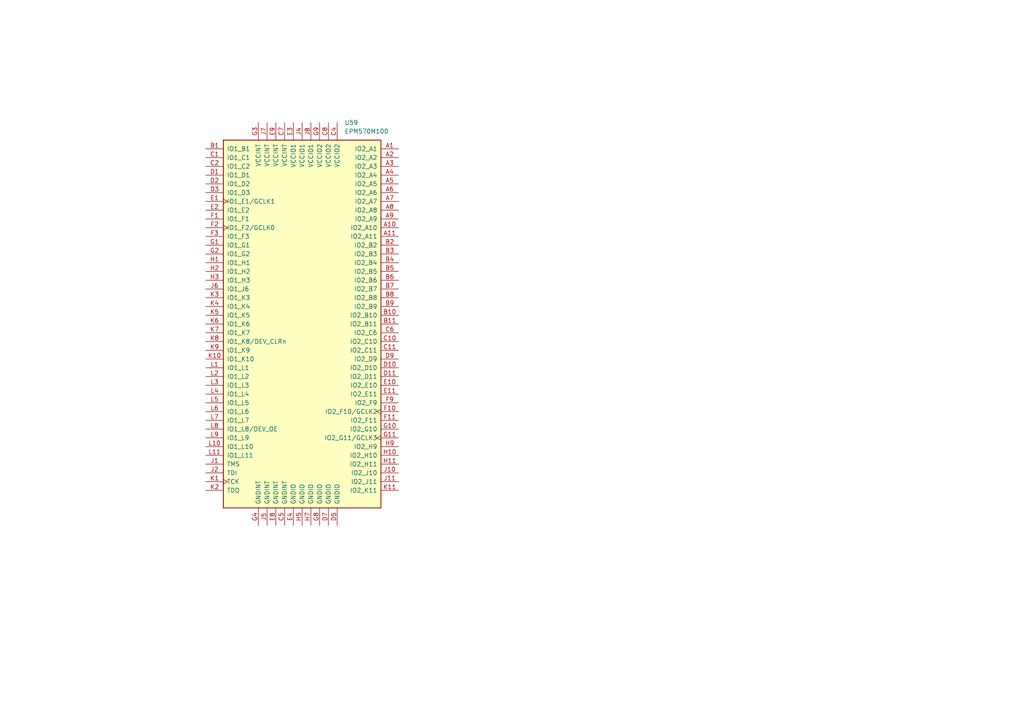
<source format=kicad_sch>
(kicad_sch (version 20250114) (generator "eeschema") (generator_version "9.0")
  (paper "A4")
  (lib_symbols
    (symbol "CPLD_Altera:EPM570M100" (pin_names (offset 1.016))
      (property "Reference" "U" (at 12.7 54.61 0))
      (property "Value" "EPM570M100" (at 12.7 -54.61 0))
      (symbol "EPM570M100_1_1"
        (rectangle (start -22.86 53.34) (end 22.86 -53.34) (stroke (width 0.254)) (fill (type background)))
        (pin bidirectional line (at -27.94 50.8 0) (length 5.08) (name "IO1_B1") (number "B1"))
        (pin bidirectional line (at -27.94 48.26 0) (length 5.08) (name "IO1_C1") (number "C1"))
        (pin bidirectional line (at -27.94 45.72 0) (length 5.08) (name "IO1_C2") (number "C2"))
        (pin bidirectional line (at -27.94 43.18 0) (length 5.08) (name "IO1_D1") (number "D1"))
        (pin bidirectional line (at -27.94 40.64 0) (length 5.08) (name "IO1_D2") (number "D2"))
        (pin bidirectional line (at -27.94 38.1 0) (length 5.08) (name "IO1_D3") (number "D3"))
        (pin bidirectional clock (at -27.94 35.56 0) (length 5.08) (name "IO1_E1/GCLK1") (number "E1"))
        (pin bidirectional line (at -27.94 33.02 0) (length 5.08) (name "IO1_E2") (number "E2"))
        (pin bidirectional line (at -27.94 30.48 0) (length 5.08) (name "IO1_F1") (number "F1"))
        (pin bidirectional clock (at -27.94 27.94 0) (length 5.08) (name "IO1_F2/GCLK0") (number "F2"))
        (pin bidirectional line (at -27.94 25.4 0) (length 5.08) (name "IO1_F3") (number "F3"))
        (pin bidirectional line (at -27.94 22.86 0) (length 5.08) (name "IO1_G1") (number "G1"))
        (pin bidirectional line (at -27.94 20.32 0) (length 5.08) (name "IO1_G2") (number "G2"))
        (pin bidirectional line (at -27.94 17.78 0) (length 5.08) (name "IO1_H1") (number "H1"))
        (pin bidirectional line (at -27.94 15.24 0) (length 5.08) (name "IO1_H2") (number "H2"))
        (pin bidirectional line (at -27.94 12.7 0) (length 5.08) (name "IO1_H3") (number "H3"))
        (pin bidirectional line (at -27.94 10.16 0) (length 5.08) (name "IO1_J6") (number "J6"))
        (pin bidirectional line (at -27.94 7.62 0) (length 5.08) (name "IO1_K3") (number "K3"))
        (pin bidirectional line (at -27.94 5.08 0) (length 5.08) (name "IO1_K4") (number "K4"))
        (pin bidirectional line (at -27.94 2.54 0) (length 5.08) (name "IO1_K5") (number "K5"))
        (pin bidirectional line (at -27.94 0 0) (length 5.08) (name "IO1_K6") (number "K6"))
        (pin bidirectional line (at -27.94 -2.54 0) (length 5.08) (name "IO1_K7") (number "K7"))
        (pin bidirectional line (at -27.94 -5.08 0) (length 5.08) (name "IO1_K8/DEV_CLRn") (number "K8"))
        (pin bidirectional line (at -27.94 -7.62 0) (length 5.08) (name "IO1_K9") (number "K9"))
        (pin bidirectional line (at -27.94 -10.16 0) (length 5.08) (name "IO1_K10") (number "K10"))
        (pin bidirectional line (at -27.94 -12.7 0) (length 5.08) (name "IO1_L1") (number "L1"))
        (pin bidirectional line (at -27.94 -15.24 0) (length 5.08) (name "IO1_L2") (number "L2"))
        (pin bidirectional line (at -27.94 -17.78 0) (length 5.08) (name "IO1_L3") (number "L3"))
        (pin bidirectional line (at -27.94 -20.32 0) (length 5.08) (name "IO1_L4") (number "L4"))
        (pin bidirectional line (at -27.94 -22.86 0) (length 5.08) (name "IO1_L5") (number "L5"))
        (pin bidirectional line (at -27.94 -25.4 0) (length 5.08) (name "IO1_L6") (number "L6"))
        (pin bidirectional line (at -27.94 -27.94 0) (length 5.08) (name "IO1_L7") (number "L7"))
        (pin bidirectional line (at -27.94 -30.48 0) (length 5.08) (name "IO1_L8/DEV_OE") (number "L8"))
        (pin bidirectional line (at -27.94 -33.02 0) (length 5.08) (name "IO1_L9") (number "L9"))
        (pin bidirectional line (at -27.94 -35.56 0) (length 5.08) (name "IO1_L10") (number "L10"))
        (pin bidirectional line (at -27.94 -38.1 0) (length 5.08) (name "IO1_L11") (number "L11"))
        (pin input line (at -27.94 -40.64 0) (length 5.08) (name "TMS") (number "J1"))
        (pin input line (at -27.94 -43.18 0) (length 5.08) (name "TDI") (number "J2"))
        (pin input clock (at -27.94 -45.72 0) (length 5.08) (name "TCK") (number "K1"))
        (pin output line (at -27.94 -48.26 0) (length 5.08) (name "TDO") (number "K2"))
        (pin power_in line (at -12.7 58.42 270) (length 5.08) (name "VCCINT") (number "G3"))
        (pin power_in line (at -12.7 -58.42 90) (length 5.08) (name "GNDINT") (number "G4"))
        (pin power_in line (at -10.16 58.42 270) (length 5.08) (name "VCCINT") (number "J7"))
        (pin power_in line (at -10.16 -58.42 90) (length 5.08) (name "GNDINT") (number "J5"))
        (pin power_in line (at -7.62 58.42 270) (length 5.08) (name "VCCINT") (number "E9"))
        (pin power_in line (at -7.62 -58.42 90) (length 5.08) (name "GNDINT") (number "E8"))
        (pin power_in line (at -5.08 58.42 270) (length 5.08) (name "VCCINT") (number "C7"))
        (pin power_in line (at -5.08 -58.42 90) (length 5.08) (name "GNDINT") (number "C5"))
        (pin power_in line (at -2.54 58.42 270) (length 5.08) (name "VCCIO1") (number "E3"))
        (pin power_in line (at -2.54 -58.42 90) (length 5.08) (name "GNDIO") (number "E4"))
        (pin power_in line (at 0 58.42 270) (length 5.08) (name "VCCIO1") (number "J4"))
        (pin power_in line (at 0 -58.42 90) (length 5.08) (name "GNDIO") (number "H5"))
        (pin power_in line (at 2.54 58.42 270) (length 5.08) (name "VCCIO1") (number "J8"))
        (pin power_in line (at 2.54 -58.42 90) (length 5.08) (name "GNDIO") (number "H7"))
        (pin power_in line (at 5.08 58.42 270) (length 5.08) (name "VCCIO2") (number "G9"))
        (pin power_in line (at 5.08 -58.42 90) (length 5.08) (name "GNDIO") (number "G8"))
        (pin power_in line (at 7.62 58.42 270) (length 5.08) (name "VCCIO2") (number "C8"))
        (pin power_in line (at 7.62 -58.42 90) (length 5.08) (name "GNDIO") (number "D7"))
        (pin power_in line (at 10.16 58.42 270) (length 5.08) (name "VCCIO2") (number "C4"))
        (pin power_in line (at 10.16 -58.42 90) (length 5.08) (name "GNDIO") (number "D5"))
        (pin bidirectional line (at 27.94 50.8 180) (length 5.08) (name "IO2_A1") (number "A1"))
        (pin bidirectional line (at 27.94 48.26 180) (length 5.08) (name "IO2_A2") (number "A2"))
        (pin bidirectional line (at 27.94 45.72 180) (length 5.08) (name "IO2_A3") (number "A3"))
        (pin bidirectional line (at 27.94 43.18 180) (length 5.08) (name "IO2_A4") (number "A4"))
        (pin bidirectional line (at 27.94 40.64 180) (length 5.08) (name "IO2_A5") (number "A5"))
        (pin bidirectional line (at 27.94 38.1 180) (length 5.08) (name "IO2_A6") (number "A6"))
        (pin bidirectional line (at 27.94 35.56 180) (length 5.08) (name "IO2_A7") (number "A7"))
        (pin bidirectional line (at 27.94 33.02 180) (length 5.08) (name "IO2_A8") (number "A8"))
        (pin bidirectional line (at 27.94 30.48 180) (length 5.08) (name "IO2_A9") (number "A9"))
        (pin bidirectional line (at 27.94 27.94 180) (length 5.08) (name "IO2_A10") (number "A10"))
        (pin bidirectional line (at 27.94 25.4 180) (length 5.08) (name "IO2_A11") (number "A11"))
        (pin bidirectional line (at 27.94 22.86 180) (length 5.08) (name "IO2_B2") (number "B2"))
        (pin bidirectional line (at 27.94 20.32 180) (length 5.08) (name "IO2_B3") (number "B3"))
        (pin bidirectional line (at 27.94 17.78 180) (length 5.08) (name "IO2_B4") (number "B4"))
        (pin bidirectional line (at 27.94 15.24 180) (length 5.08) (name "IO2_B5") (number "B5"))
        (pin bidirectional line (at 27.94 12.7 180) (length 5.08) (name "IO2_B6") (number "B6"))
        (pin bidirectional line (at 27.94 10.16 180) (length 5.08) (name "IO2_B7") (number "B7"))
        (pin bidirectional line (at 27.94 7.62 180) (length 5.08) (name "IO2_B8") (number "B8"))
        (pin bidirectional line (at 27.94 5.08 180) (length 5.08) (name "IO2_B9") (number "B9"))
        (pin bidirectional line (at 27.94 2.54 180) (length 5.08) (name "IO2_B10") (number "B10"))
        (pin bidirectional line (at 27.94 0 180) (length 5.08) (name "IO2_B11") (number "B11"))
        (pin bidirectional line (at 27.94 -2.54 180) (length 5.08) (name "IO2_C6") (number "C6"))
        (pin bidirectional line (at 27.94 -5.08 180) (length 5.08) (name "IO2_C10") (number "C10"))
        (pin bidirectional line (at 27.94 -7.62 180) (length 5.08) (name "IO2_C11") (number "C11"))
        (pin bidirectional line (at 27.94 -10.16 180) (length 5.08) (name "IO2_D9") (number "D9"))
        (pin bidirectional line (at 27.94 -12.7 180) (length 5.08) (name "IO2_D10") (number "D10"))
        (pin bidirectional line (at 27.94 -15.24 180) (length 5.08) (name "IO2_D11") (number "D11"))
        (pin bidirectional line (at 27.94 -17.78 180) (length 5.08) (name "IO2_E10") (number "E10"))
        (pin bidirectional line (at 27.94 -20.32 180) (length 5.08) (name "IO2_E11") (number "E11"))
        (pin bidirectional line (at 27.94 -22.86 180) (length 5.08) (name "IO2_F9") (number "F9"))
        (pin bidirectional clock (at 27.94 -25.4 180) (length 5.08) (name "IO2_F10/GCLK2") (number "F10"))
        (pin bidirectional line (at 27.94 -27.94 180) (length 5.08) (name "IO2_F11") (number "F11"))
        (pin bidirectional line (at 27.94 -30.48 180) (length 5.08) (name "IO2_G10") (number "G10"))
        (pin bidirectional clock (at 27.94 -33.02 180) (length 5.08) (name "IO2_G11/GCLK3") (number "G11"))
        (pin bidirectional line (at 27.94 -35.56 180) (length 5.08) (name "IO2_H9") (number "H9"))
        (pin bidirectional line (at 27.94 -38.1 180) (length 5.08) (name "IO2_H10") (number "H10"))
        (pin bidirectional line (at 27.94 -40.64 180) (length 5.08) (name "IO2_H11") (number "H11"))
        (pin bidirectional line (at 27.94 -43.18 180) (length 5.08) (name "IO2_J10") (number "J10"))
        (pin bidirectional line (at 27.94 -45.72 180) (length 5.08) (name "IO2_J11") (number "J11"))
        (pin bidirectional line (at 27.94 -48.26 180) (length 5.08) (name "IO2_K11") (number "K11"))
      )
    )
  )
  (symbol (lib_id "CPLD_Altera:EPM570M100") (at 87.63 93.98 0) (unit 1)
    (property "Reference" "U59" (at 99.9333 35.56 0) (effects (justify left)))
    (property "Value" "EPM570M100" (at 99.9333 38.1 0) (effects (justify left)))
    (property "Footprint" "Package_BGA:BGA-100_6.0x6.0mm_Layout11x11_P0.5mm_Ball0.3mm_Pad0.25mm_NSMD" (effects (hide yes)))
    (property "Datasheet" "https://www.altera.com/content/dam/altera-www/global/en_US/pdfs/literature/hb/max2/max2_mii5v1.pdf" (effects (hide yes)))
    (property "Description" "Altera MAX2 CPLD with 570 LE" (effects (hide yes)))
  )
)
</source>
